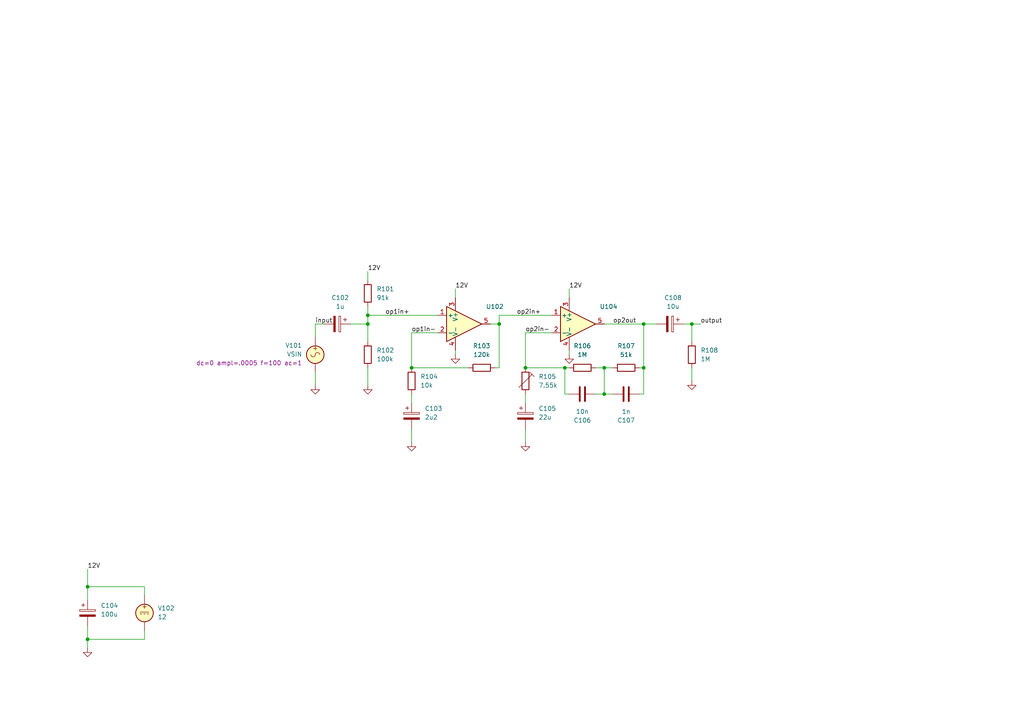
<source format=kicad_sch>
(kicad_sch (version 20231120) (generator "eeschema") (generator_version "8.0")
  (paper "A4")
  (lib_symbols
    (symbol "Device:C" (pin_numbers hide) (pin_names (offset 0.254))
      (property "Reference" "C" (at 0.635 2.54 0))
      (property "Value" "C" (at 0.635 -2.54 0))
      (symbol "C_0_1"
        (polyline (pts (xy -2.032 -0.762) (xy 2.032 -0.762)) (stroke (width 0.508)))
        (polyline (pts (xy -2.032 0.762) (xy 2.032 0.762)) (stroke (width 0.508)))
      )
      (symbol "C_1_1"
        (pin passive line (at 0 3.81 270) (length 2.794) (name "~") (number "1"))
        (pin passive line (at 0 -3.81 90) (length 2.794) (name "~") (number "2"))
      )
    )
    (symbol "Device:C_Polarized" (pin_numbers hide) (pin_names (offset 0.254))
      (property "Reference" "C" (at 0.635 2.54 0))
      (property "Value" "C_Polarized" (at 0.635 -2.54 0))
      (symbol "C_Polarized_0_1"
        (rectangle (start -2.286 0.508) (end 2.286 1.016))
        (polyline (pts (xy -1.778 2.286) (xy -0.762 2.286)))
        (polyline (pts (xy -1.27 2.794) (xy -1.27 1.778)))
        (rectangle (start 2.286 -0.508) (end -2.286 -1.016) (fill (type outline)))
      )
      (symbol "C_Polarized_1_1"
        (pin passive line (at 0 3.81 270) (length 2.794) (name "~") (number "1"))
        (pin passive line (at 0 -3.81 90) (length 2.794) (name "~") (number "2"))
      )
    )
    (symbol "Device:R" (pin_numbers hide) (pin_names (offset 0))
      (property "Reference" "R" (at 2.032 0 90))
      (property "Value" "R" (at 0 0 90))
      (symbol "R_0_1"
        (rectangle (start -1.016 -2.54) (end 1.016 2.54) (stroke (width 0.254)))
      )
      (symbol "R_1_1"
        (pin passive line (at 0 3.81 270) (length 1.27) (name "~") (number "1"))
        (pin passive line (at 0 -3.81 90) (length 1.27) (name "~") (number "2"))
      )
    )
    (symbol "Device:R_Trim" (pin_numbers hide) (pin_names (offset 0))
      (property "Reference" "R" (at 2.54 -2.54 90))
      (property "Value" "R_Trim" (at -2.54 -0.635 90))
      (symbol "R_Trim_0_1"
        (rectangle (start -1.016 -2.54) (end 1.016 2.54) (stroke (width 0.254)))
        (polyline (pts (xy -1.905 -1.905) (xy 1.905 1.905) (xy 2.54 1.27) (xy 1.27 2.54)))
      )
      (symbol "R_Trim_1_1"
        (pin passive line (at 0 3.81 270) (length 1.27) (name "~") (number "1"))
        (pin passive line (at 0 -3.81 90) (length 1.27) (name "~") (number "2"))
      )
    )
    (symbol "Simulation_SPICE:OPAMP" (pin_names (offset 0.254))
      (property "Reference" "U" (at 3.81 3.175 0))
      (property "Value" "${SIM.PARAMS}" (at 3.81 -3.175 0))
      (symbol "OPAMP_0_1"
        (polyline (pts (xy 5.08 0) (xy -5.08 5.08) (xy -5.08 -5.08) (xy 5.08 0)) (stroke (width 0.254)) (fill (type background)))
      )
      (symbol "OPAMP_1_1"
        (pin input line (at -7.62 2.54 0) (length 2.54) (name "+") (number "1"))
        (pin input line (at -7.62 -2.54 0) (length 2.54) (name "-") (number "2"))
        (pin power_in line (at -2.54 7.62 270) (length 3.81) (name "V+") (number "3"))
        (pin power_in line (at -2.54 -7.62 90) (length 3.81) (name "V-") (number "4"))
        (pin output line (at 7.62 0 180) (length 2.54) (name "~") (number "5"))
      )
    )
    (symbol "Simulation_SPICE:VDC" (pin_numbers hide) (pin_names (offset 0.0254))
      (property "Reference" "V" (at 2.54 2.54 0))
      (property "Value" "1" (at 2.54 0 0))
      (symbol "VDC_0_0"
        (polyline (pts (xy -1.27 0.254) (xy 1.27 0.254)))
        (polyline (pts (xy -0.762 -0.254) (xy -1.27 -0.254)))
        (polyline (pts (xy 0.254 -0.254) (xy -0.254 -0.254)))
        (polyline (pts (xy 1.27 -0.254) (xy 0.762 -0.254)))
        (text "+" (at 0 1.905 0) (effects (font (size 1.27 1.27))))
      )
      (symbol "VDC_0_1"
        (circle (center 0 0) (radius 2.54) (stroke (width 0.254)) (fill (type background)))
      )
      (symbol "VDC_1_1"
        (pin passive line (at 0 5.08 270) (length 2.54) (name "~") (number "1"))
        (pin passive line (at 0 -5.08 90) (length 2.54) (name "~") (number "2"))
      )
    )
    (symbol "Simulation_SPICE:VSIN" (pin_numbers hide) (pin_names (offset 0.0254))
      (property "Reference" "V" (at 2.54 2.54 0))
      (property "Value" "VSIN" (at 2.54 0 0))
      (property "Sim.Params" "dc=0 ampl=1 f=1k ac=1" (at 2.54 -2.54 0))
      (symbol "VSIN_0_0"
        (arc (start 0 0) (mid -0.635 0.6323) (end -1.27 0))
        (arc (start 0 0) (mid 0.635 -0.6323) (end 1.27 0))
        (text "+" (at 0 1.905 0) (effects (font (size 1.27 1.27))))
      )
      (symbol "VSIN_0_1"
        (circle (center 0 0) (radius 2.54) (stroke (width 0.254)) (fill (type background)))
      )
      (symbol "VSIN_1_1"
        (pin passive line (at 0 5.08 270) (length 2.54) (name "~") (number "1"))
        (pin passive line (at 0 -5.08 90) (length 2.54) (name "~") (number "2"))
      )
    )
    (symbol "power:GND" (power) (pin_numbers hide) (pin_names (offset 0) hide)
      (property "Value" "GND" (at 0 -3.81 0))
      (symbol "GND_0_1"
        (polyline (pts (xy 0 0) (xy 0 -1.27) (xy 1.27 -1.27) (xy 0 -2.54) (xy -1.27 -1.27) (xy 0 -1.27)))
      )
      (symbol "GND_1_1"
        (pin power_in line (at 0 0 270) (length 0) (name "~") (number "1"))
      )
    )
  )
  (junction (at 106.68 93.98))
  (junction (at 175.26 114.3))
  (junction (at 200.66 93.98))
  (junction (at 186.69 93.98))
  (junction (at 25.4 170.18))
  (junction (at 163.83 106.68))
  (junction (at 25.4 185.42))
  (junction (at 152.4 106.68))
  (junction (at 119.38 106.68))
  (junction (at 106.68 91.44))
  (junction (at 186.69 106.68))
  (junction (at 144.78 93.98))
  (junction (at 175.26 106.68))
  (wire (pts (xy 165.1 101.6) (xy 165.1 102.87)))
  (wire (pts (xy 163.83 114.3) (xy 165.1 114.3)))
  (wire (pts (xy 25.4 165.1) (xy 25.4 170.18)))
  (wire (pts (xy 152.4 114.3) (xy 152.4 116.84)))
  (wire (pts (xy 175.26 93.98) (xy 186.69 93.98)))
  (wire (pts (xy 186.69 114.3) (xy 185.42 114.3)))
  (wire (pts (xy 143.51 106.68) (xy 144.78 106.68)))
  (wire (pts (xy 200.66 106.68) (xy 200.66 110.49)))
  (wire (pts (xy 91.44 93.98) (xy 93.98 93.98)))
  (wire (pts (xy 91.44 107.95) (xy 91.44 111.76)))
  (wire (pts (xy 175.26 114.3) (xy 177.8 114.3)))
  (wire (pts (xy 172.72 106.68) (xy 175.26 106.68)))
  (wire (pts (xy 175.26 106.68) (xy 177.8 106.68)))
  (wire (pts (xy 25.4 170.18) (xy 25.4 173.99)))
  (wire (pts (xy 106.68 88.9) (xy 106.68 91.44)))
  (wire (pts (xy 101.6 93.98) (xy 106.68 93.98)))
  (wire (pts (xy 144.78 93.98) (xy 142.24 93.98)))
  (wire (pts (xy 186.69 106.68) (xy 185.42 106.68)))
  (wire (pts (xy 172.72 114.3) (xy 175.26 114.3)))
  (wire (pts (xy 144.78 91.44) (xy 160.02 91.44)))
  (wire (pts (xy 152.4 106.68) (xy 163.83 106.68)))
  (wire (pts (xy 175.26 106.68) (xy 175.26 114.3)))
  (wire (pts (xy 186.69 106.68) (xy 186.69 114.3)))
  (wire (pts (xy 186.69 93.98) (xy 190.5 93.98)))
  (wire (pts (xy 41.91 182.88) (xy 41.91 185.42)))
  (wire (pts (xy 91.44 97.79) (xy 91.44 93.98)))
  (wire (pts (xy 198.12 93.98) (xy 200.66 93.98)))
  (wire (pts (xy 186.69 93.98) (xy 186.69 106.68)))
  (wire (pts (xy 25.4 185.42) (xy 25.4 187.96)))
  (wire (pts (xy 119.38 96.52) (xy 127 96.52)))
  (wire (pts (xy 119.38 124.46) (xy 119.38 128.27)))
  (wire (pts (xy 144.78 106.68) (xy 144.78 93.98)))
  (wire (pts (xy 152.4 124.46) (xy 152.4 128.27)))
  (wire (pts (xy 144.78 91.44) (xy 144.78 93.98)))
  (wire (pts (xy 106.68 93.98) (xy 106.68 99.06)))
  (wire (pts (xy 25.4 181.61) (xy 25.4 185.42)))
  (wire (pts (xy 119.38 96.52) (xy 119.38 106.68)))
  (wire (pts (xy 41.91 185.42) (xy 25.4 185.42)))
  (wire (pts (xy 119.38 106.68) (xy 135.89 106.68)))
  (wire (pts (xy 132.08 83.82) (xy 132.08 86.36)))
  (wire (pts (xy 106.68 91.44) (xy 127 91.44)))
  (wire (pts (xy 119.38 114.3) (xy 119.38 116.84)))
  (wire (pts (xy 163.83 106.68) (xy 165.1 106.68)))
  (wire (pts (xy 163.83 106.68) (xy 163.83 114.3)))
  (wire (pts (xy 106.68 78.74) (xy 106.68 81.28)))
  (wire (pts (xy 152.4 96.52) (xy 152.4 106.68)))
  (wire (pts (xy 106.68 91.44) (xy 106.68 93.98)))
  (wire (pts (xy 25.4 170.18) (xy 41.91 170.18)))
  (wire (pts (xy 106.68 106.68) (xy 106.68 111.76)))
  (wire (pts (xy 165.1 83.82) (xy 165.1 86.36)))
  (wire (pts (xy 200.66 93.98) (xy 203.2 93.98)))
  (wire (pts (xy 200.66 93.98) (xy 200.66 99.06)))
  (wire (pts (xy 41.91 172.72) (xy 41.91 170.18)))
  (wire (pts (xy 132.08 101.6) (xy 132.08 102.87)))
  (wire (pts (xy 152.4 96.52) (xy 160.02 96.52)))
  (label "op1in+" (at 111.76 91.44 0))
  (label "input" (at 91.44 93.98 0))
  (label "op2in-" (at 152.4 96.52 0))
  (label "op2out" (at 177.8 93.98 0))
  (label "op1in-" (at 119.38 96.52 0))
  (label "12V" (at 25.4 165.1 0))
  (label "op2in+" (at 149.86 91.44 0))
  (label "12V" (at 106.68 78.74 0))
  (label "output" (at 203.2 93.98 0))
  (label "12V" (at 165.1 83.82 0))
  (label "12V" (at 132.08 83.82 0))
  (symbol (lib_id "power:GND") (at 91.44 111.76 0) (unit 1)
    (property "Reference" "#PWR0101" (effects (hide yes)))
    (property "Value" "GND" (effects (hide yes)))
    (property "Description" "Power symbol creates a global label with name \"GND\" , ground" (effects (hide yes)))
  )
  (symbol (lib_id "Device:R_Trim") (at 152.4 110.49 0) (unit 1)
    (property "Reference" "R105" (at 156.21 109.2199 0) (effects (justify left)))
    (property "Value" "7.55k" (at 156.21 111.7599 0) (effects (justify left)))
    (property "Description" "Trimmable resistor (preset resistor)" (effects (hide yes)))
    (property "Sim.Device" "R" (effects (hide yes)))
    (property "Sim.Pins" "1=+ 2=-" (effects (hide yes)))
  )
  (symbol (lib_id "Device:C_Polarized") (at 25.4 177.8 0) (unit 1)
    (property "Reference" "C104" (at 29.21 175.6409 0) (effects (justify left)))
    (property "Value" "100u" (at 29.21 178.1809 0) (effects (justify left)))
    (property "Description" "Polarized capacitor" (effects (hide yes)))
  )
  (symbol (lib_id "power:GND") (at 165.1 102.87 0) (unit 1)
    (property "Reference" "#PWR0115" (effects (hide yes)))
    (property "Value" "GND" (effects (hide yes)))
    (property "Description" "Power symbol creates a global label with name \"GND\" , ground" (effects (hide yes)))
  )
  (symbol (lib_id "Simulation_SPICE:OPAMP") (at 167.64 93.98 0) (unit 1)
    (property "Reference" "U104" (at 176.53 88.9314 0))
    (property "Value" "${SIM.PARAMS}" (at 176.53 90.8365 0))
    (property "Datasheet" "https://ngspice.sourceforge.io/docs/ngspice-html-manual/manual.xhtml#sec__SUBCKT_Subcircuits" (effects (hide yes)))
    (property "Description" "Operational amplifier, single, node sequence=1:+ 2:- 3:OUT 4:V+ 5:V-" (effects (hide yes)))
    (property "Sim.Pins" "1=1 2=2 3=3 4=4 5=5" (effects (hide yes)))
    (property "Sim.Device" "SUBCKT" (effects (hide yes)))
    (property "Sim.Library" "TL072.sub" (effects (hide yes)))
    (property "Sim.Name" "TL072" (effects (hide yes)))
  )
  (symbol (lib_id "Device:R") (at 106.68 85.09 180) (unit 1)
    (property "Reference" "R101" (at 109.22 83.8199 0) (effects (justify right)))
    (property "Value" "91k" (at 109.22 86.3599 0) (effects (justify right)))
    (property "Description" "Resistor" (effects (hide yes)))
  )
  (symbol (lib_id "Device:C_Polarized") (at 194.31 93.98 270) (unit 1)
    (property "Reference" "C108" (at 195.199 86.36 90))
    (property "Value" "10u" (at 195.199 88.9 90))
    (property "Description" "Polarized capacitor" (effects (hide yes)))
  )
  (symbol (lib_id "Device:C_Polarized") (at 152.4 120.65 0) (unit 1)
    (property "Reference" "C105" (at 156.21 118.4909 0) (effects (justify left)))
    (property "Value" "22u" (at 156.21 121.0309 0) (effects (justify left)))
    (property "Description" "Polarized capacitor" (effects (hide yes)))
  )
  (symbol (lib_id "power:GND") (at 132.08 102.87 0) (unit 1)
    (property "Reference" "#PWR0102" (effects (hide yes)))
    (property "Value" "GND" (effects (hide yes)))
    (property "Description" "Power symbol creates a global label with name \"GND\" , ground" (effects (hide yes)))
  )
  (symbol (lib_id "Device:C") (at 168.91 114.3 270) (mirror x) (unit 1)
    (property "Reference" "C106" (at 168.91 121.92 90))
    (property "Value" "10n" (at 168.91 119.38 90))
    (property "Description" "Unpolarized capacitor" (effects (hide yes)))
  )
  (symbol (lib_id "Device:R") (at 119.38 110.49 180) (unit 1)
    (property "Reference" "R104" (at 121.92 109.2199 0) (effects (justify right)))
    (property "Value" "10k" (at 121.92 111.7599 0) (effects (justify right)))
    (property "Description" "Resistor" (effects (hide yes)))
  )
  (symbol (lib_id "power:GND") (at 152.4 128.27 0) (unit 1)
    (property "Reference" "#PWR0107" (effects (hide yes)))
    (property "Value" "GND" (effects (hide yes)))
    (property "Description" "Power symbol creates a global label with name \"GND\" , ground" (effects (hide yes)))
  )
  (symbol (lib_id "Device:R") (at 106.68 102.87 180) (unit 1)
    (property "Reference" "R102" (at 109.22 101.5999 0) (effects (justify right)))
    (property "Value" "100k" (at 109.22 104.1399 0) (effects (justify right)))
    (property "Description" "Resistor" (effects (hide yes)))
  )
  (symbol (lib_id "power:GND") (at 119.38 128.27 0) (unit 1)
    (property "Reference" "#PWR0103" (effects (hide yes)))
    (property "Value" "GND" (effects (hide yes)))
    (property "Description" "Power symbol creates a global label with name \"GND\" , ground" (effects (hide yes)))
  )
  (symbol (lib_id "power:GND") (at 200.66 110.49 0) (unit 1)
    (property "Reference" "#PWR0104" (effects (hide yes)))
    (property "Value" "GND" (effects (hide yes)))
    (property "Description" "Power symbol creates a global label with name \"GND\" , ground" (effects (hide yes)))
  )
  (symbol (lib_id "power:GND") (at 25.4 187.96 0) (unit 1)
    (property "Reference" "#PWR0105" (effects (hide yes)))
    (property "Value" "GND" (effects (hide yes)))
    (property "Description" "Power symbol creates a global label with name \"GND\" , ground" (effects (hide yes)))
  )
  (symbol (lib_id "Simulation_SPICE:VSIN") (at 91.44 102.87 0) (mirror y) (unit 1)
    (property "Reference" "V101" (at 87.63 100.2001 0) (effects (justify left)))
    (property "Value" "VSIN" (at 87.63 102.7401 0) (effects (justify left)))
    (property "Datasheet" "https://ngspice.sourceforge.io/docs/ngspice-html-manual/manual.xhtml#sec_Independent_Sources_for" (effects (hide yes)))
    (property "Description" "Voltage source, sinusoidal" (effects (hide yes)))
    (property "Sim.Pins" "1=+ 2=-" (effects (hide yes)))
    (property "Sim.Params" "dc=0 ampl=.0005 f=100 ac=1" (at 87.63 105.2801 0) (effects (justify left)))
    (property "Sim.Type" "SIN" (effects (hide yes)))
    (property "Sim.Device" "V" (effects (hide yes)))
  )
  (symbol (lib_id "Device:R") (at 139.7 106.68 90) (unit 1)
    (property "Reference" "R103" (at 139.7 100.33 90))
    (property "Value" "120k" (at 139.7 102.87 90))
    (property "Description" "Resistor" (effects (hide yes)))
  )
  (symbol (lib_id "Device:R") (at 181.61 106.68 270) (unit 1)
    (property "Reference" "R107" (at 181.61 100.33 90))
    (property "Value" "51k" (at 181.61 102.87 90))
    (property "Description" "Resistor" (effects (hide yes)))
  )
  (symbol (lib_id "Device:C_Polarized") (at 97.79 93.98 270) (unit 1)
    (property "Reference" "C102" (at 98.679 86.36 90))
    (property "Value" "1u" (at 98.679 88.9 90))
    (property "Description" "Polarized capacitor" (effects (hide yes)))
  )
  (symbol (lib_id "Device:R") (at 200.66 102.87 180) (unit 1)
    (property "Reference" "R108" (at 203.2 101.5999 0) (effects (justify right)))
    (property "Value" "1M" (at 203.2 104.1399 0) (effects (justify right)))
    (property "Description" "Resistor" (effects (hide yes)))
  )
  (symbol (lib_id "Simulation_SPICE:OPAMP") (at 134.62 93.98 0) (unit 1)
    (property "Reference" "U102" (at 143.51 88.9314 0))
    (property "Value" "${SIM.PARAMS}" (at 143.51 90.8365 0))
    (property "Datasheet" "https://ngspice.sourceforge.io/docs/ngspice-html-manual/manual.xhtml#sec__SUBCKT_Subcircuits" (effects (hide yes)))
    (property "Description" "Operational amplifier, single, node sequence=1:+ 2:- 3:OUT 4:V+ 5:V-" (effects (hide yes)))
    (property "Sim.Pins" "1=1 2=2 3=3 4=4 5=5" (effects (hide yes)))
    (property "Sim.Device" "SUBCKT" (effects (hide yes)))
    (property "Sim.Library" "NE532.sub" (effects (hide yes)))
    (property "Sim.Name" "NE5532" (effects (hide yes)))
  )
  (symbol (lib_id "power:GND") (at 106.68 111.76 0) (unit 1)
    (property "Reference" "#PWR0108" (effects (hide yes)))
    (property "Value" "GND" (effects (hide yes)))
    (property "Description" "Power symbol creates a global label with name \"GND\" , ground" (effects (hide yes)))
  )
  (symbol (lib_id "Device:C_Polarized") (at 119.38 120.65 0) (unit 1)
    (property "Reference" "C103" (at 123.19 118.4909 0) (effects (justify left)))
    (property "Value" "2u2" (at 123.19 121.0309 0) (effects (justify left)))
    (property "Description" "Polarized capacitor" (effects (hide yes)))
  )
  (symbol (lib_id "Device:C") (at 181.61 114.3 270) (mirror x) (unit 1)
    (property "Reference" "C107" (at 181.61 121.92 90))
    (property "Value" "1n" (at 181.61 119.38 90))
    (property "Description" "Unpolarized capacitor" (effects (hide yes)))
  )
  (symbol (lib_id "Simulation_SPICE:VDC") (at 41.91 177.8 0) (unit 1)
    (property "Reference" "V102" (at 45.72 176.4001 0) (effects (justify left)))
    (property "Value" "12" (at 45.72 178.9401 0) (effects (justify left)))
    (property "Datasheet" "https://ngspice.sourceforge.io/docs/ngspice-html-manual/manual.xhtml#sec_Independent_Sources_for" (effects (hide yes)))
    (property "Description" "Voltage source, DC" (effects (hide yes)))
    (property "Sim.Pins" "1=+ 2=-" (effects (hide yes)))
    (property "Sim.Type" "DC" (effects (hide yes)))
    (property "Sim.Device" "V" (effects (hide yes)))
  )
  (symbol (lib_id "Device:R") (at 168.91 106.68 90) (unit 1)
    (property "Reference" "R106" (at 168.91 100.33 90))
    (property "Value" "1M" (at 168.91 102.87 90))
    (property "Description" "Resistor" (effects (hide yes)))
  )
)
</source>
